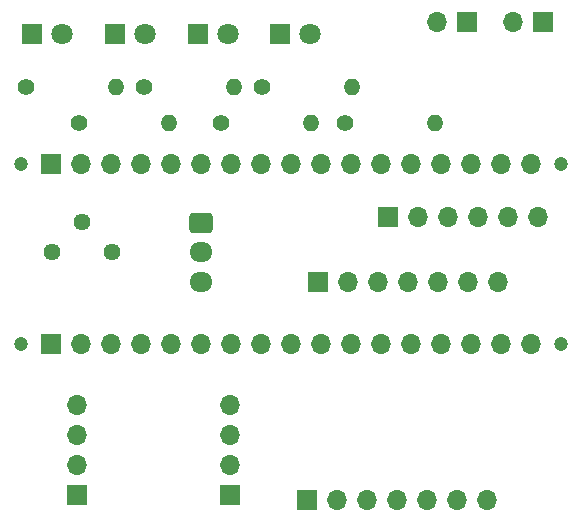
<source format=gbr>
%TF.GenerationSoftware,KiCad,Pcbnew,8.0.8*%
%TF.CreationDate,2025-03-12T17:16:12-06:00*%
%TF.ProjectId,Final_Project_Space_PCB,46696e61-6c5f-4507-926f-6a6563745f53,rev?*%
%TF.SameCoordinates,Original*%
%TF.FileFunction,Soldermask,Bot*%
%TF.FilePolarity,Negative*%
%FSLAX46Y46*%
G04 Gerber Fmt 4.6, Leading zero omitted, Abs format (unit mm)*
G04 Created by KiCad (PCBNEW 8.0.8) date 2025-03-12 17:16:12*
%MOMM*%
%LPD*%
G01*
G04 APERTURE LIST*
G04 Aperture macros list*
%AMRoundRect*
0 Rectangle with rounded corners*
0 $1 Rounding radius*
0 $2 $3 $4 $5 $6 $7 $8 $9 X,Y pos of 4 corners*
0 Add a 4 corners polygon primitive as box body*
4,1,4,$2,$3,$4,$5,$6,$7,$8,$9,$2,$3,0*
0 Add four circle primitives for the rounded corners*
1,1,$1+$1,$2,$3*
1,1,$1+$1,$4,$5*
1,1,$1+$1,$6,$7*
1,1,$1+$1,$8,$9*
0 Add four rect primitives between the rounded corners*
20,1,$1+$1,$2,$3,$4,$5,0*
20,1,$1+$1,$4,$5,$6,$7,0*
20,1,$1+$1,$6,$7,$8,$9,0*
20,1,$1+$1,$8,$9,$2,$3,0*%
G04 Aperture macros list end*
%ADD10R,1.800000X1.800000*%
%ADD11C,1.800000*%
%ADD12C,1.400000*%
%ADD13O,1.400000X1.400000*%
%ADD14C,1.200000*%
%ADD15R,1.700000X1.700000*%
%ADD16O,1.700000X1.700000*%
%ADD17C,1.440000*%
%ADD18RoundRect,0.250000X-0.725000X0.600000X-0.725000X-0.600000X0.725000X-0.600000X0.725000X0.600000X0*%
%ADD19O,1.950000X1.700000*%
G04 APERTURE END LIST*
D10*
%TO.C,D3*%
X116225000Y-72500000D03*
D11*
X118765000Y-72500000D03*
%TD*%
D12*
%TO.C,R4*%
X121690000Y-77000000D03*
D13*
X129310000Y-77000000D03*
%TD*%
D10*
%TO.C,D4*%
X123225000Y-72500000D03*
D11*
X125765000Y-72500000D03*
%TD*%
D14*
%TO.C,MH2*%
X101270000Y-83490000D03*
%TD*%
D15*
%TO.C,J4*%
X139000000Y-71500000D03*
D16*
X136460000Y-71500000D03*
%TD*%
D15*
%TO.C,J9*%
X119000000Y-111500000D03*
D16*
X119000000Y-108960000D03*
X119000000Y-106420000D03*
X119000000Y-103880000D03*
%TD*%
D15*
%TO.C,J6*%
X125460000Y-112000000D03*
D16*
X128000000Y-112000000D03*
X130540000Y-112000000D03*
X133080000Y-112000000D03*
X135620000Y-112000000D03*
X138160000Y-112000000D03*
X140700000Y-112000000D03*
%TD*%
D12*
%TO.C,R1*%
X101690000Y-77000000D03*
D13*
X109310000Y-77000000D03*
%TD*%
D17*
%TO.C,RV1*%
X109000000Y-91000000D03*
X106460000Y-88460000D03*
X103920000Y-91000000D03*
%TD*%
D10*
%TO.C,D1*%
X102225000Y-72500000D03*
D11*
X104765000Y-72500000D03*
%TD*%
D15*
%TO.C,J3*%
X145500000Y-71500000D03*
D16*
X142960000Y-71500000D03*
%TD*%
D12*
%TO.C,R6*%
X118190000Y-80000000D03*
D13*
X125810000Y-80000000D03*
%TD*%
D14*
%TO.C,MH4*%
X146990000Y-98730000D03*
%TD*%
D15*
%TO.C,J7*%
X132340000Y-88000000D03*
D16*
X134880000Y-88000000D03*
X137420000Y-88000000D03*
X139960000Y-88000000D03*
X142500000Y-88000000D03*
X145040000Y-88000000D03*
%TD*%
D12*
%TO.C,R3*%
X111690000Y-77000000D03*
D13*
X119310000Y-77000000D03*
%TD*%
D14*
%TO.C,MH1*%
X101270000Y-98730000D03*
%TD*%
D12*
%TO.C,R5*%
X128690000Y-80000000D03*
D13*
X136310000Y-80000000D03*
%TD*%
D10*
%TO.C,D2*%
X109225000Y-72500000D03*
D11*
X111765000Y-72500000D03*
%TD*%
D14*
%TO.C,MH3*%
X146990000Y-83490000D03*
%TD*%
D15*
%TO.C,J5*%
X126420000Y-93500000D03*
D16*
X128960000Y-93500000D03*
X131500000Y-93500000D03*
X134040000Y-93500000D03*
X136580000Y-93500000D03*
X139120000Y-93500000D03*
X141660000Y-93500000D03*
%TD*%
D15*
%TO.C,J10*%
X106000000Y-111500000D03*
D16*
X106000000Y-108960000D03*
X106000000Y-106420000D03*
X106000000Y-103880000D03*
%TD*%
D18*
%TO.C,J8*%
X116500000Y-88500000D03*
D19*
X116500000Y-91000000D03*
X116500000Y-93500000D03*
%TD*%
D12*
%TO.C,R2*%
X106190000Y-80000000D03*
D13*
X113810000Y-80000000D03*
%TD*%
D15*
%TO.C,J1*%
X103810000Y-98730000D03*
D16*
X106350000Y-98730000D03*
X108890000Y-98730000D03*
X111430000Y-98730000D03*
X113970000Y-98730000D03*
X116510000Y-98730000D03*
X119050000Y-98730000D03*
X121590000Y-98730000D03*
X124130000Y-98730000D03*
X126670000Y-98730000D03*
X129210000Y-98730000D03*
X131750000Y-98730000D03*
X134290000Y-98730000D03*
X136830000Y-98730000D03*
X139370000Y-98730000D03*
X141910000Y-98730000D03*
X144450000Y-98730000D03*
%TD*%
D15*
%TO.C,J2*%
X103810000Y-83490000D03*
D16*
X106350000Y-83490000D03*
X108890000Y-83490000D03*
X111430000Y-83490000D03*
X113970000Y-83490000D03*
X116510000Y-83490000D03*
X119050000Y-83490000D03*
X121590000Y-83490000D03*
X124130000Y-83490000D03*
X126670000Y-83490000D03*
X129210000Y-83490000D03*
X131750000Y-83490000D03*
X134290000Y-83490000D03*
X136830000Y-83490000D03*
X139370000Y-83490000D03*
X141910000Y-83490000D03*
X144450000Y-83490000D03*
%TD*%
M02*

</source>
